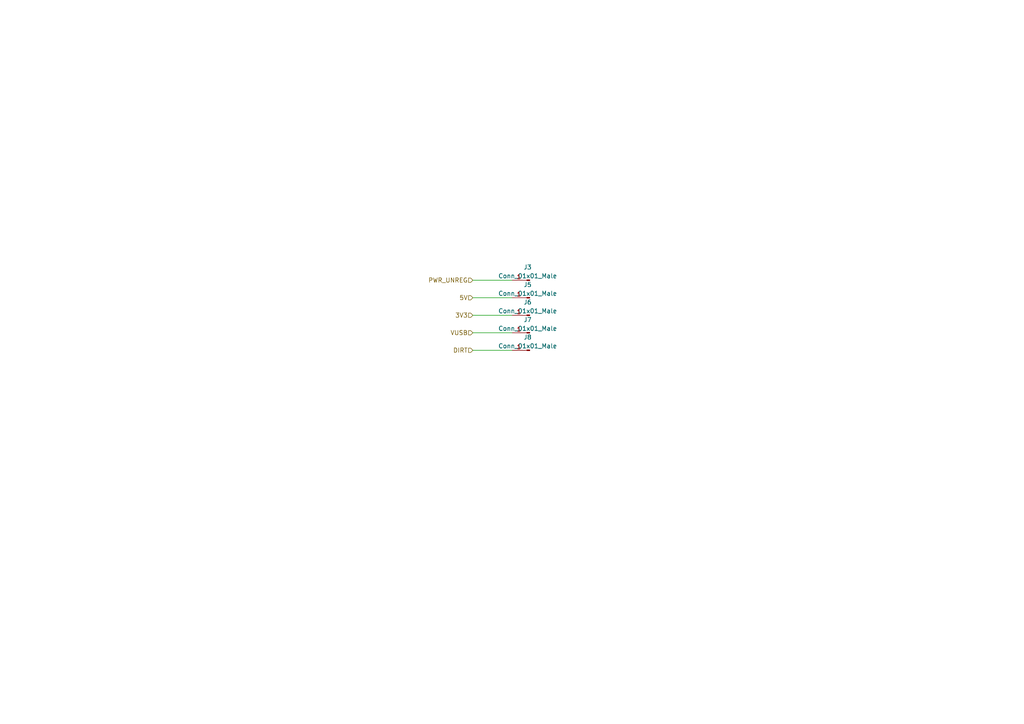
<source format=kicad_sch>
(kicad_sch (version 20211123) (generator eeschema)
  (paper "A4")
  (lib_symbols
    (symbol "Connector:Conn_01x01_Male" (pin_names (offset 1.016) hide)
      (property "Reference" "J" (at 0 2.54 0))
      (property "Value" "Conn_01x01_Male" (at 0 -2.54 0))
      (symbol "Conn_01x01_Male_1_1"
        (polyline (pts (xy 1.27 0) (xy 0.8636 0)) (stroke (width 0.1524)))
        (rectangle (start 0.8636 0.127) (end 0 -0.127) (stroke (width 0.1524)) (fill (type outline)))
        (pin passive line (at 5.08 0 180) (length 3.81) (name "Pin_1") (number "1"))
      )
    )
  )
  (wire (pts (xy 137.16 101.6) (xy 148.59 101.6)))
  (wire (pts (xy 137.16 91.44) (xy 148.59 91.44)))
  (wire (pts (xy 137.16 81.28) (xy 148.59 81.28)))
  (wire (pts (xy 137.16 96.52) (xy 148.59 96.52)))
  (wire (pts (xy 137.16 86.36) (xy 148.59 86.36)))
  (hierarchical_label "5V" (shape input) (at 137.16 86.36 180))
  (hierarchical_label "PWR_UNREG" (shape input) (at 137.16 81.28 180))
  (hierarchical_label "3V3" (shape input) (at 137.16 91.44 180))
  (hierarchical_label "DIRT" (shape input) (at 137.16 101.6 180))
  (hierarchical_label "VUSB" (shape input) (at 137.16 96.52 180))
  (symbol (lib_id "Connector:Conn_01x01_Male") (at 153.67 86.36 180) (unit 1)
    (property "Reference" "J5" (at 153.035 82.584 0))
    (property "Value" "Conn_01x01_Male" (at 153.035 85.1209 0))
    (property "Footprint" "1KicadLib:GatorTestpoint" (effects hide))
  )
  (symbol (lib_id "Connector:Conn_01x01_Male") (at 153.67 101.6 180) (unit 1)
    (property "Reference" "J8" (at 153.035 97.824 0))
    (property "Value" "Conn_01x01_Male" (at 153.035 100.3609 0))
    (property "Footprint" "1KicadLib:GatorTestpoint" (effects hide))
  )
  (symbol (lib_id "Connector:Conn_01x01_Male") (at 153.67 81.28 180) (unit 1)
    (property "Reference" "J3" (at 153.035 77.504 0))
    (property "Value" "Conn_01x01_Male" (at 153.035 80.0409 0))
    (property "Footprint" "1KicadLib:GatorTestpoint" (effects hide))
  )
  (symbol (lib_id "Connector:Conn_01x01_Male") (at 153.67 91.44 180) (unit 1)
    (property "Reference" "J6" (at 153.035 87.664 0))
    (property "Value" "Conn_01x01_Male" (at 153.035 90.2009 0))
    (property "Footprint" "1KicadLib:GatorTestpoint" (effects hide))
  )
  (symbol (lib_id "Connector:Conn_01x01_Male") (at 153.67 96.52 180) (unit 1)
    (property "Reference" "J7" (at 153.035 92.744 0))
    (property "Value" "Conn_01x01_Male" (at 153.035 95.2809 0))
    (property "Footprint" "1KicadLib:GatorTestpoint" (effects hide))
  )
)
</source>
